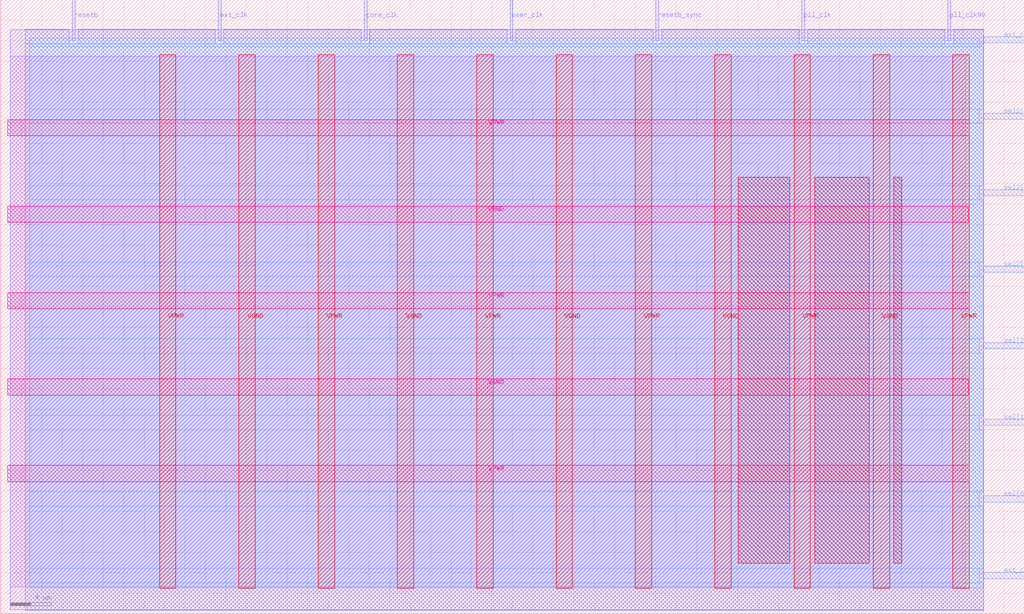
<source format=lef>
VERSION 5.7 ;
  NOWIREEXTENSIONATPIN ON ;
  DIVIDERCHAR "/" ;
  BUSBITCHARS "[]" ;
MACRO caravel_clocking
  CLASS BLOCK ;
  FOREIGN caravel_clocking ;
  ORIGIN 0.000 0.000 ;
  SIZE 100.000 BY 60.000 ;
  PIN VGND
    DIRECTION INOUT ;
    USE GROUND ;
    PORT
      LAYER met4 ;
        RECT 23.270 2.480 24.870 54.640 ;
    END
    PORT
      LAYER met4 ;
        RECT 38.770 2.480 40.370 54.640 ;
    END
    PORT
      LAYER met4 ;
        RECT 54.270 2.480 55.870 54.640 ;
    END
    PORT
      LAYER met4 ;
        RECT 69.770 2.480 71.370 54.640 ;
    END
    PORT
      LAYER met4 ;
        RECT 85.270 2.480 86.870 54.640 ;
    END
    PORT
      LAYER met5 ;
        RECT 0.680 21.340 94.540 22.940 ;
    END
    PORT
      LAYER met5 ;
        RECT 0.680 38.240 94.540 39.840 ;
    END
  END VGND
  PIN VPWR
    DIRECTION INOUT ;
    USE POWER ;
    PORT
      LAYER met4 ;
        RECT 15.520 2.480 17.120 54.640 ;
    END
    PORT
      LAYER met4 ;
        RECT 31.020 2.480 32.620 54.640 ;
    END
    PORT
      LAYER met4 ;
        RECT 46.520 2.480 48.120 54.640 ;
    END
    PORT
      LAYER met4 ;
        RECT 62.020 2.480 63.620 54.640 ;
    END
    PORT
      LAYER met4 ;
        RECT 77.520 2.480 79.120 54.640 ;
    END
    PORT
      LAYER met4 ;
        RECT 93.020 2.480 94.620 54.640 ;
    END
    PORT
      LAYER met5 ;
        RECT 0.680 12.890 94.620 14.490 ;
    END
    PORT
      LAYER met5 ;
        RECT 0.680 29.790 94.620 31.390 ;
    END
    PORT
      LAYER met5 ;
        RECT 0.680 46.690 94.620 48.290 ;
    END
  END VPWR
  PIN core_clk
    DIRECTION OUTPUT TRISTATE ;
    USE SIGNAL ;
    PORT
      LAYER met2 ;
        RECT 35.510 56.000 35.790 60.000 ;
    END
  END core_clk
  PIN ext_clk
    DIRECTION INPUT ;
    USE SIGNAL ;
    PORT
      LAYER met2 ;
        RECT 21.250 56.000 21.530 60.000 ;
    END
  END ext_clk
  PIN ext_clk_sel
    DIRECTION INPUT ;
    USE SIGNAL ;
    PORT
      LAYER met3 ;
        RECT 96.000 3.440 100.000 4.040 ;
    END
  END ext_clk_sel
  PIN ext_reset
    DIRECTION INPUT ;
    USE SIGNAL ;
    PORT
      LAYER met3 ;
        RECT 96.000 55.800 100.000 56.400 ;
    END
  END ext_reset
  PIN pll_clk
    DIRECTION INPUT ;
    USE SIGNAL ;
    PORT
      LAYER met2 ;
        RECT 78.290 56.000 78.570 60.000 ;
    END
  END pll_clk
  PIN pll_clk90
    DIRECTION INPUT ;
    USE SIGNAL ;
    PORT
      LAYER met2 ;
        RECT 92.550 56.000 92.830 60.000 ;
    END
  END pll_clk90
  PIN resetb
    DIRECTION INPUT ;
    USE SIGNAL ;
    PORT
      LAYER met2 ;
        RECT 6.990 56.000 7.270 60.000 ;
    END
  END resetb
  PIN resetb_sync
    DIRECTION OUTPUT TRISTATE ;
    USE SIGNAL ;
    PORT
      LAYER met2 ;
        RECT 64.030 56.000 64.310 60.000 ;
    END
  END resetb_sync
  PIN sel2[0]
    DIRECTION INPUT ;
    USE SIGNAL ;
    PORT
      LAYER met3 ;
        RECT 96.000 33.360 100.000 33.960 ;
    END
  END sel2[0]
  PIN sel2[1]
    DIRECTION INPUT ;
    USE SIGNAL ;
    PORT
      LAYER met3 ;
        RECT 96.000 40.840 100.000 41.440 ;
    END
  END sel2[1]
  PIN sel2[2]
    DIRECTION INPUT ;
    USE SIGNAL ;
    PORT
      LAYER met3 ;
        RECT 96.000 48.320 100.000 48.920 ;
    END
  END sel2[2]
  PIN sel[0]
    DIRECTION INPUT ;
    USE SIGNAL ;
    PORT
      LAYER met3 ;
        RECT 96.000 10.920 100.000 11.520 ;
    END
  END sel[0]
  PIN sel[1]
    DIRECTION INPUT ;
    USE SIGNAL ;
    PORT
      LAYER met3 ;
        RECT 96.000 18.400 100.000 19.000 ;
    END
  END sel[1]
  PIN sel[2]
    DIRECTION INPUT ;
    USE SIGNAL ;
    PORT
      LAYER met3 ;
        RECT 96.000 25.880 100.000 26.480 ;
    END
  END sel[2]
  PIN user_clk
    DIRECTION OUTPUT TRISTATE ;
    USE SIGNAL ;
    PORT
      LAYER met2 ;
        RECT 49.770 56.000 50.050 60.000 ;
    END
  END user_clk
  OBS
      LAYER li1 ;
        RECT 0.920 2.635 94.300 54.485 ;
      LAYER met1 ;
        RECT 0.920 0.380 96.070 57.080 ;
      LAYER met2 ;
        RECT 2.400 55.720 6.710 57.110 ;
        RECT 7.550 55.720 20.970 57.110 ;
        RECT 21.810 55.720 35.230 57.110 ;
        RECT 36.070 55.720 49.490 57.110 ;
        RECT 50.330 55.720 63.750 57.110 ;
        RECT 64.590 55.720 78.010 57.110 ;
        RECT 78.850 55.720 92.270 57.110 ;
        RECT 93.110 55.720 96.040 57.110 ;
        RECT 2.400 0.350 96.040 55.720 ;
      LAYER met3 ;
        RECT 2.825 55.400 95.600 56.250 ;
        RECT 2.825 49.320 96.000 55.400 ;
        RECT 2.825 47.920 95.600 49.320 ;
        RECT 2.825 41.840 96.000 47.920 ;
        RECT 2.825 40.440 95.600 41.840 ;
        RECT 2.825 34.360 96.000 40.440 ;
        RECT 2.825 32.960 95.600 34.360 ;
        RECT 2.825 26.880 96.000 32.960 ;
        RECT 2.825 25.480 95.600 26.880 ;
        RECT 2.825 19.400 96.000 25.480 ;
        RECT 2.825 18.000 95.600 19.400 ;
        RECT 2.825 11.920 96.000 18.000 ;
        RECT 2.825 10.520 95.600 11.920 ;
        RECT 2.825 4.440 96.000 10.520 ;
        RECT 2.825 3.040 95.600 4.440 ;
        RECT 2.825 2.555 96.000 3.040 ;
      LAYER met4 ;
        RECT 72.055 4.935 77.120 42.665 ;
        RECT 79.520 4.935 84.870 42.665 ;
        RECT 87.270 4.935 88.025 42.665 ;
  END
END caravel_clocking
END LIBRARY


</source>
